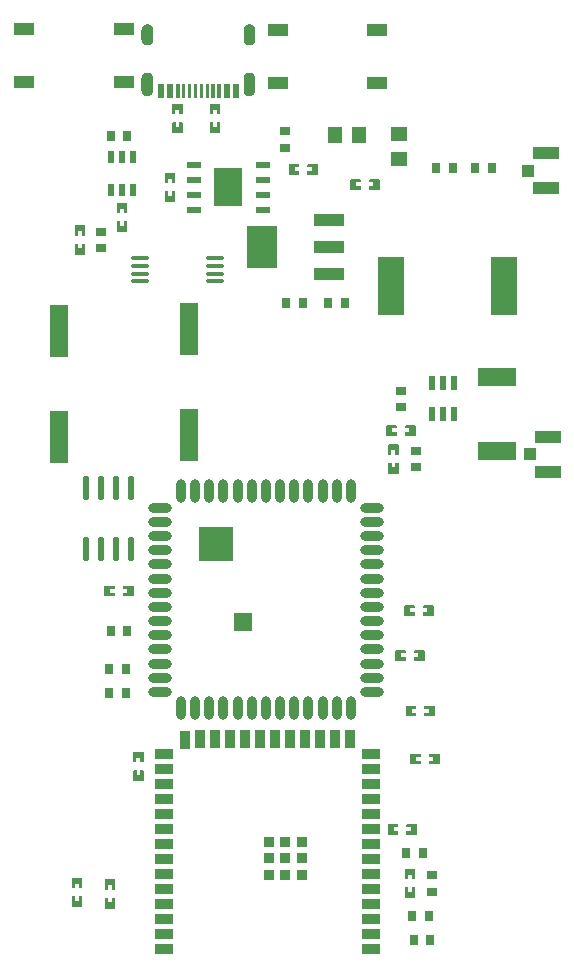
<source format=gtp>
G04 Layer: TopPasteMaskLayer*
G04 EasyEDA v6.5.54, 2026-02-06 19:08:49*
G04 4cf94d710e704693a343972755933389,ab8ce68afc924fbca291fda1b5b5a17a,10*
G04 Gerber Generator version 0.2*
G04 Scale: 100 percent, Rotated: No, Reflected: No *
G04 Dimensions in millimeters *
G04 leading zeros omitted , absolute positions ,4 integer and 5 decimal *
%FSLAX45Y45*%
%MOMM*%

%AMMACRO1*21,1,$1,$2,0,0,$3*%
%ADD10R,1.8000X1.0000*%
%ADD11R,1.6500X4.5000*%
%ADD12R,1.3995X1.3005*%
%ADD13R,1.3005X1.3995*%
%ADD14R,1.2000X0.6000*%
%ADD15R,2.4000X3.3000*%
%ADD16MACRO1,0.98X2.47X90.0000*%
%ADD17C,0.0141*%
%ADD18MACRO1,3.6X2.47X-90.0000*%
%ADD19R,0.9000X0.8000*%
%ADD20R,0.8000X0.9000*%
%ADD21R,3.2004X1.5240*%
%ADD22O,1.499997X0.399999*%
%ADD23R,0.5500X1.0000*%
%ADD24R,0.6000X1.2000*%
%ADD25R,2.2000X4.9000*%
%ADD26O,0.799998X1.999996*%
%ADD27O,1.999996X0.799998*%
%ADD28R,3.0000X3.0000*%
%ADD29R,1.5000X1.5000*%
%ADD30R,1.5000X0.9000*%
%ADD31R,0.9000X1.5000*%
%ADD32R,0.9000X0.9000*%
%ADD33O,0.58801X2.045005*%
%ADD34R,1.0500X1.0000*%
%ADD35R,2.2000X1.0500*%

%LPD*%
G36*
X2311196Y3108858D02*
G01*
X2311196Y2994863D01*
X2341168Y2994863D01*
X2341168Y3108858D01*
G37*
G36*
X2611170Y3108858D02*
G01*
X2611170Y2994863D01*
X2641142Y2994863D01*
X2641142Y3108858D01*
G37*
G36*
X2746146Y3108960D02*
G01*
X2746146Y2994964D01*
X2796133Y2994964D01*
X2796133Y3108960D01*
G37*
G36*
X2106168Y3108960D02*
G01*
X2106168Y2994964D01*
X2156155Y2994964D01*
X2156155Y3108960D01*
G37*
G36*
X2666136Y3108960D02*
G01*
X2666136Y2994964D01*
X2716174Y2994964D01*
X2716174Y3108960D01*
G37*
G36*
X2186127Y3108960D02*
G01*
X2186127Y2994964D01*
X2236165Y2994964D01*
X2236165Y3108960D01*
G37*
G36*
X2461158Y3108960D02*
G01*
X2461158Y2994964D01*
X2491130Y2994964D01*
X2491130Y3108960D01*
G37*
G36*
X2411171Y3108960D02*
G01*
X2411171Y2994964D01*
X2441143Y2994964D01*
X2441143Y3108960D01*
G37*
G36*
X2361133Y3108960D02*
G01*
X2361133Y2994964D01*
X2391156Y2994964D01*
X2391156Y3108960D01*
G37*
G36*
X2511145Y3108960D02*
G01*
X2511145Y2994964D01*
X2541168Y2994964D01*
X2541168Y3108960D01*
G37*
G36*
X2561132Y3108960D02*
G01*
X2561132Y2994964D01*
X2591155Y2994964D01*
X2591155Y3108960D01*
G37*
G36*
X2261158Y3108960D02*
G01*
X2261158Y2994964D01*
X2291130Y2994964D01*
X2291130Y3108960D01*
G37*
G36*
X2017877Y3206953D02*
G01*
X2012950Y3206546D01*
X2008022Y3205683D01*
X2003247Y3204362D01*
X1998573Y3202533D01*
X1994154Y3200247D01*
X1989937Y3197555D01*
X1986076Y3194456D01*
X1982520Y3190951D01*
X1979269Y3187141D01*
X1976475Y3183026D01*
X1974088Y3178657D01*
X1972157Y3174085D01*
X1970684Y3169310D01*
X1969719Y3164433D01*
X1969211Y3159455D01*
X1969160Y3056940D01*
X1969414Y3051962D01*
X1970125Y3047034D01*
X1971395Y3042208D01*
X1973072Y3037535D01*
X1975256Y3033064D01*
X1977847Y3028797D01*
X1980844Y3024835D01*
X1984248Y3021177D01*
X1987956Y3017875D01*
X1992020Y3014980D01*
X1996338Y3012490D01*
X2000859Y3010408D01*
X2005584Y3008833D01*
X2010460Y3007715D01*
X2015388Y3007106D01*
X2020417Y3006953D01*
X2025345Y3007360D01*
X2030272Y3008223D01*
X2035048Y3009544D01*
X2039721Y3011373D01*
X2044141Y3013659D01*
X2048357Y3016351D01*
X2052218Y3019450D01*
X2055774Y3022955D01*
X2059025Y3026765D01*
X2061819Y3030880D01*
X2064207Y3035249D01*
X2066137Y3039872D01*
X2067610Y3044647D01*
X2068575Y3049524D01*
X2069084Y3054451D01*
X2069134Y3156966D01*
X2068880Y3161944D01*
X2068169Y3166872D01*
X2066950Y3171698D01*
X2065223Y3176371D01*
X2063038Y3180892D01*
X2060448Y3185109D01*
X2057450Y3189071D01*
X2054047Y3192729D01*
X2050338Y3196031D01*
X2046274Y3198977D01*
X2041956Y3201466D01*
X2037435Y3203498D01*
X2032711Y3205073D01*
X2027834Y3206191D01*
X2022906Y3206800D01*
G37*
G36*
X2881884Y3206953D02*
G01*
X2876956Y3206597D01*
X2872028Y3205734D01*
X2867253Y3204362D01*
X2862580Y3202584D01*
X2858160Y3200298D01*
X2853944Y3197606D01*
X2850083Y3194456D01*
X2846527Y3191002D01*
X2843276Y3187192D01*
X2840482Y3183077D01*
X2838094Y3178657D01*
X2836164Y3174085D01*
X2834690Y3169310D01*
X2833725Y3164433D01*
X2833217Y3159455D01*
X2833166Y3056991D01*
X2833420Y3052013D01*
X2834132Y3047085D01*
X2835351Y3042259D01*
X2837078Y3037586D01*
X2839262Y3033064D01*
X2841853Y3028797D01*
X2844850Y3024835D01*
X2848254Y3021177D01*
X2851962Y3017875D01*
X2856026Y3014980D01*
X2860344Y3012490D01*
X2864866Y3010458D01*
X2869590Y3008833D01*
X2874467Y3007766D01*
X2879394Y3007106D01*
X2884424Y3007004D01*
X2889351Y3007360D01*
X2894279Y3008223D01*
X2899054Y3009595D01*
X2903728Y3011424D01*
X2908147Y3013659D01*
X2912364Y3016402D01*
X2916224Y3019501D01*
X2919831Y3022955D01*
X2923032Y3026816D01*
X2925826Y3030931D01*
X2928213Y3035300D01*
X2930144Y3039872D01*
X2931617Y3044647D01*
X2932582Y3049524D01*
X2933090Y3054502D01*
X2933141Y3156966D01*
X2932887Y3161944D01*
X2932176Y3166872D01*
X2930906Y3171698D01*
X2929229Y3176422D01*
X2927045Y3180892D01*
X2924454Y3185160D01*
X2921457Y3189122D01*
X2918053Y3192780D01*
X2914345Y3196082D01*
X2910281Y3198977D01*
X2905963Y3201466D01*
X2901442Y3203549D01*
X2896717Y3205124D01*
X2891840Y3206242D01*
X2886913Y3206851D01*
G37*
G36*
X2017877Y3616960D02*
G01*
X2012950Y3616604D01*
X2008022Y3615740D01*
X2003247Y3614369D01*
X1998573Y3612540D01*
X1994154Y3610254D01*
X1989937Y3607562D01*
X1986076Y3604463D01*
X1982520Y3600958D01*
X1979269Y3597148D01*
X1976475Y3593033D01*
X1974088Y3588664D01*
X1972157Y3584092D01*
X1970684Y3579317D01*
X1969719Y3574440D01*
X1969211Y3569462D01*
X1969160Y3486962D01*
X1969414Y3481984D01*
X1970125Y3477056D01*
X1971395Y3472230D01*
X1973072Y3467557D01*
X1975256Y3463036D01*
X1977847Y3458819D01*
X1980844Y3454857D01*
X1984248Y3451199D01*
X1987956Y3447897D01*
X1992020Y3444951D01*
X1996338Y3442462D01*
X2000859Y3440429D01*
X2005584Y3438855D01*
X2010460Y3437737D01*
X2015388Y3437128D01*
X2020417Y3436975D01*
X2025345Y3437382D01*
X2030272Y3438245D01*
X2035048Y3439566D01*
X2039721Y3441395D01*
X2044141Y3443681D01*
X2048357Y3446373D01*
X2052218Y3449472D01*
X2055774Y3452977D01*
X2059025Y3456787D01*
X2061819Y3460902D01*
X2064207Y3465271D01*
X2066137Y3469894D01*
X2067610Y3474618D01*
X2068575Y3479546D01*
X2069084Y3484473D01*
X2069134Y3566972D01*
X2068880Y3571951D01*
X2068169Y3576878D01*
X2066950Y3581704D01*
X2065223Y3586378D01*
X2063038Y3590899D01*
X2060448Y3595115D01*
X2057450Y3599129D01*
X2054047Y3602786D01*
X2050338Y3606088D01*
X2046274Y3608984D01*
X2041956Y3611473D01*
X2037435Y3613505D01*
X2032711Y3615080D01*
X2027834Y3616198D01*
X2022906Y3616807D01*
G37*
G36*
X2881884Y3616960D02*
G01*
X2876956Y3616604D01*
X2872028Y3615740D01*
X2867253Y3614369D01*
X2862580Y3612540D01*
X2858160Y3610254D01*
X2853944Y3607562D01*
X2850083Y3604463D01*
X2846527Y3600958D01*
X2843276Y3597148D01*
X2840482Y3593033D01*
X2838094Y3588664D01*
X2836164Y3584092D01*
X2834690Y3579317D01*
X2833725Y3574440D01*
X2833217Y3569462D01*
X2833166Y3486962D01*
X2833420Y3481984D01*
X2834132Y3477056D01*
X2835351Y3472230D01*
X2837078Y3467557D01*
X2839262Y3463036D01*
X2841853Y3458819D01*
X2844850Y3454857D01*
X2848254Y3451199D01*
X2851962Y3447897D01*
X2856026Y3444951D01*
X2860344Y3442462D01*
X2864866Y3440429D01*
X2869590Y3438855D01*
X2874467Y3437737D01*
X2879394Y3437128D01*
X2884424Y3436975D01*
X2889351Y3437382D01*
X2894279Y3438245D01*
X2899054Y3439566D01*
X2903728Y3441395D01*
X2908147Y3443681D01*
X2912364Y3446373D01*
X2916224Y3449472D01*
X2919831Y3452977D01*
X2923032Y3456787D01*
X2925826Y3460902D01*
X2928213Y3465271D01*
X2930144Y3469894D01*
X2931617Y3474618D01*
X2932582Y3479546D01*
X2933090Y3484473D01*
X2933141Y3566972D01*
X2932887Y3571951D01*
X2932176Y3576878D01*
X2930906Y3581704D01*
X2929229Y3586378D01*
X2927045Y3590899D01*
X2924454Y3595115D01*
X2921457Y3599129D01*
X2918053Y3602786D01*
X2914345Y3606088D01*
X2910281Y3608984D01*
X2905963Y3611473D01*
X2901442Y3613505D01*
X2896717Y3615080D01*
X2891840Y3616198D01*
X2886913Y3616807D01*
G37*
G36*
X2550820Y2784906D02*
G01*
X2545791Y2779877D01*
X2545791Y2699918D01*
X2550820Y2694889D01*
X2630779Y2694889D01*
X2635808Y2699918D01*
X2635808Y2779877D01*
X2630779Y2784906D01*
X2608021Y2784906D01*
X2608021Y2747873D01*
X2575001Y2747873D01*
X2575001Y2784906D01*
G37*
G36*
X2550820Y2943910D02*
G01*
X2545791Y2938881D01*
X2545791Y2858922D01*
X2550820Y2853893D01*
X2573578Y2853893D01*
X2573578Y2890926D01*
X2606598Y2890926D01*
X2606598Y2853893D01*
X2630779Y2853893D01*
X2635808Y2858922D01*
X2635808Y2938881D01*
X2630779Y2943910D01*
G37*
G36*
X2233320Y2784906D02*
G01*
X2228291Y2779877D01*
X2228291Y2699918D01*
X2233320Y2694889D01*
X2313279Y2694889D01*
X2318308Y2699918D01*
X2318308Y2779877D01*
X2313279Y2784906D01*
X2290521Y2784906D01*
X2290521Y2747873D01*
X2257501Y2747873D01*
X2257501Y2784906D01*
G37*
G36*
X2233320Y2943910D02*
G01*
X2228291Y2938881D01*
X2228291Y2858922D01*
X2233320Y2853893D01*
X2256078Y2853893D01*
X2256078Y2890926D01*
X2289098Y2890926D01*
X2289098Y2853893D01*
X2313279Y2853893D01*
X2318308Y2858922D01*
X2318308Y2938881D01*
X2313279Y2943910D01*
G37*
G36*
X3220618Y2432608D02*
G01*
X3215589Y2427579D01*
X3215589Y2347620D01*
X3220618Y2342591D01*
X3300577Y2342591D01*
X3305606Y2347620D01*
X3305606Y2370378D01*
X3268624Y2370378D01*
X3268624Y2403398D01*
X3305606Y2403398D01*
X3305606Y2427579D01*
X3300577Y2432608D01*
G37*
G36*
X3379622Y2432608D02*
G01*
X3374593Y2427579D01*
X3374593Y2404821D01*
X3411575Y2404821D01*
X3411575Y2371801D01*
X3374593Y2371801D01*
X3374593Y2347620D01*
X3379622Y2342591D01*
X3459581Y2342591D01*
X3464610Y2347620D01*
X3464610Y2427579D01*
X3459581Y2432608D01*
G37*
G36*
X3900322Y2305608D02*
G01*
X3895293Y2300579D01*
X3895293Y2277821D01*
X3932275Y2277821D01*
X3932275Y2244801D01*
X3895293Y2244801D01*
X3895293Y2220620D01*
X3900322Y2215591D01*
X3980281Y2215591D01*
X3985310Y2220620D01*
X3985310Y2300579D01*
X3980281Y2305608D01*
G37*
G36*
X3741318Y2305608D02*
G01*
X3736289Y2300579D01*
X3736289Y2220620D01*
X3741318Y2215591D01*
X3821277Y2215591D01*
X3826306Y2220620D01*
X3826306Y2243378D01*
X3789324Y2243378D01*
X3789324Y2276398D01*
X3826306Y2276398D01*
X3826306Y2300579D01*
X3821277Y2305608D01*
G37*
G36*
X2169820Y2200706D02*
G01*
X2164791Y2195677D01*
X2164791Y2115718D01*
X2169820Y2110689D01*
X2249779Y2110689D01*
X2254808Y2115718D01*
X2254808Y2195677D01*
X2249779Y2200706D01*
X2227021Y2200706D01*
X2227021Y2163673D01*
X2194001Y2163673D01*
X2194001Y2200706D01*
G37*
G36*
X2169820Y2359710D02*
G01*
X2164791Y2354681D01*
X2164791Y2274722D01*
X2169820Y2269693D01*
X2192578Y2269693D01*
X2192578Y2306726D01*
X2225598Y2306726D01*
X2225598Y2269693D01*
X2249779Y2269693D01*
X2254808Y2274722D01*
X2254808Y2354681D01*
X2249779Y2359710D01*
G37*
G36*
X1763420Y2105710D02*
G01*
X1758391Y2100681D01*
X1758391Y2020722D01*
X1763420Y2015693D01*
X1786178Y2015693D01*
X1786178Y2052726D01*
X1819198Y2052726D01*
X1819198Y2015693D01*
X1843379Y2015693D01*
X1848408Y2020722D01*
X1848408Y2100681D01*
X1843379Y2105710D01*
G37*
G36*
X1763420Y1946706D02*
G01*
X1758391Y1941677D01*
X1758391Y1861718D01*
X1763420Y1856689D01*
X1843379Y1856689D01*
X1848408Y1861718D01*
X1848408Y1941677D01*
X1843379Y1946706D01*
X1820621Y1946706D01*
X1820621Y1909673D01*
X1787601Y1909673D01*
X1787601Y1946706D01*
G37*
G36*
X1407820Y1756206D02*
G01*
X1402791Y1751177D01*
X1402791Y1671218D01*
X1407820Y1666189D01*
X1487779Y1666189D01*
X1492808Y1671218D01*
X1492808Y1751177D01*
X1487779Y1756206D01*
X1465021Y1756206D01*
X1465021Y1719173D01*
X1432001Y1719173D01*
X1432001Y1756206D01*
G37*
G36*
X1407820Y1915210D02*
G01*
X1402791Y1910181D01*
X1402791Y1830222D01*
X1407820Y1825193D01*
X1430578Y1825193D01*
X1430578Y1862226D01*
X1463598Y1862226D01*
X1463598Y1825193D01*
X1487779Y1825193D01*
X1492808Y1830222D01*
X1492808Y1910181D01*
X1487779Y1915210D01*
G37*
G36*
X4062120Y61010D02*
G01*
X4057091Y55981D01*
X4057091Y-23977D01*
X4062120Y-29006D01*
X4084878Y-29006D01*
X4084878Y8026D01*
X4117898Y8026D01*
X4117898Y-29006D01*
X4142079Y-29006D01*
X4147108Y-23977D01*
X4147108Y55981D01*
X4142079Y61010D01*
G37*
G36*
X4062120Y-97993D02*
G01*
X4057091Y-103022D01*
X4057091Y-182981D01*
X4062120Y-188010D01*
X4142079Y-188010D01*
X4147108Y-182981D01*
X4147108Y-103022D01*
X4142079Y-97993D01*
X4119321Y-97993D01*
X4119321Y-135026D01*
X4086301Y-135026D01*
X4086301Y-97993D01*
G37*
G36*
X4201820Y-3533089D02*
G01*
X4196791Y-3538118D01*
X4196791Y-3618077D01*
X4201820Y-3623106D01*
X4224578Y-3623106D01*
X4224578Y-3586073D01*
X4257598Y-3586073D01*
X4257598Y-3623106D01*
X4281779Y-3623106D01*
X4286808Y-3618077D01*
X4286808Y-3538118D01*
X4281779Y-3533089D01*
G37*
G36*
X4201820Y-3692093D02*
G01*
X4196791Y-3697122D01*
X4196791Y-3777081D01*
X4201820Y-3782110D01*
X4281779Y-3782110D01*
X4286808Y-3777081D01*
X4286808Y-3697122D01*
X4281779Y-3692093D01*
X4259021Y-3692093D01*
X4259021Y-3729126D01*
X4226001Y-3729126D01*
X4226001Y-3692093D01*
G37*
G36*
X1903120Y-2542489D02*
G01*
X1898091Y-2547518D01*
X1898091Y-2627477D01*
X1903120Y-2632506D01*
X1925878Y-2632506D01*
X1925878Y-2595473D01*
X1958898Y-2595473D01*
X1958898Y-2632506D01*
X1983079Y-2632506D01*
X1988108Y-2627477D01*
X1988108Y-2547518D01*
X1983079Y-2542489D01*
G37*
G36*
X1903120Y-2701493D02*
G01*
X1898091Y-2706522D01*
X1898091Y-2786481D01*
X1903120Y-2791510D01*
X1983079Y-2791510D01*
X1988108Y-2786481D01*
X1988108Y-2706522D01*
X1983079Y-2701493D01*
X1960321Y-2701493D01*
X1960321Y-2738526D01*
X1927301Y-2738526D01*
X1927301Y-2701493D01*
G37*
G36*
X4370222Y-2152091D02*
G01*
X4365193Y-2157120D01*
X4365193Y-2179878D01*
X4402175Y-2179878D01*
X4402175Y-2212898D01*
X4365193Y-2212898D01*
X4365193Y-2237079D01*
X4370222Y-2242108D01*
X4450181Y-2242108D01*
X4455210Y-2237079D01*
X4455210Y-2157120D01*
X4450181Y-2152091D01*
G37*
G36*
X4211218Y-2152091D02*
G01*
X4206189Y-2157120D01*
X4206189Y-2237079D01*
X4211218Y-2242108D01*
X4291177Y-2242108D01*
X4296206Y-2237079D01*
X4296206Y-2214321D01*
X4259224Y-2214321D01*
X4259224Y-2181301D01*
X4296206Y-2181301D01*
X4296206Y-2157120D01*
X4291177Y-2152091D01*
G37*
G36*
X4281322Y-1682191D02*
G01*
X4276293Y-1687220D01*
X4276293Y-1709978D01*
X4313275Y-1709978D01*
X4313275Y-1742998D01*
X4276293Y-1742998D01*
X4276293Y-1767179D01*
X4281322Y-1772208D01*
X4361281Y-1772208D01*
X4366310Y-1767179D01*
X4366310Y-1687220D01*
X4361281Y-1682191D01*
G37*
G36*
X4122318Y-1682191D02*
G01*
X4117289Y-1687220D01*
X4117289Y-1767179D01*
X4122318Y-1772208D01*
X4202277Y-1772208D01*
X4207306Y-1767179D01*
X4207306Y-1744421D01*
X4170324Y-1744421D01*
X4170324Y-1711401D01*
X4207306Y-1711401D01*
X4207306Y-1687220D01*
X4202277Y-1682191D01*
G37*
G36*
X4058818Y-3155391D02*
G01*
X4053789Y-3160420D01*
X4053789Y-3240379D01*
X4058818Y-3245408D01*
X4138777Y-3245408D01*
X4143806Y-3240379D01*
X4143806Y-3217621D01*
X4106824Y-3217621D01*
X4106824Y-3184601D01*
X4143806Y-3184601D01*
X4143806Y-3160420D01*
X4138777Y-3155391D01*
G37*
G36*
X4217822Y-3155391D02*
G01*
X4212793Y-3160420D01*
X4212793Y-3183178D01*
X4249775Y-3183178D01*
X4249775Y-3216198D01*
X4212793Y-3216198D01*
X4212793Y-3240379D01*
X4217822Y-3245408D01*
X4297781Y-3245408D01*
X4302810Y-3240379D01*
X4302810Y-3160420D01*
X4297781Y-3155391D01*
G37*
G36*
X1658518Y-1136091D02*
G01*
X1653489Y-1141120D01*
X1653489Y-1221079D01*
X1658518Y-1226108D01*
X1738477Y-1226108D01*
X1743506Y-1221079D01*
X1743506Y-1198321D01*
X1706473Y-1198321D01*
X1706473Y-1165301D01*
X1743506Y-1165301D01*
X1743506Y-1141120D01*
X1738477Y-1136091D01*
G37*
G36*
X1817522Y-1136091D02*
G01*
X1812493Y-1141120D01*
X1812493Y-1163878D01*
X1849526Y-1163878D01*
X1849526Y-1196898D01*
X1812493Y-1196898D01*
X1812493Y-1221079D01*
X1817522Y-1226108D01*
X1897481Y-1226108D01*
X1902510Y-1221079D01*
X1902510Y-1141120D01*
X1897481Y-1136091D01*
G37*
G36*
X4408322Y-2558491D02*
G01*
X4403293Y-2563520D01*
X4403293Y-2586278D01*
X4440275Y-2586278D01*
X4440275Y-2619298D01*
X4403293Y-2619298D01*
X4403293Y-2643479D01*
X4408322Y-2648508D01*
X4488281Y-2648508D01*
X4493310Y-2643479D01*
X4493310Y-2563520D01*
X4488281Y-2558491D01*
G37*
G36*
X4249318Y-2558491D02*
G01*
X4244289Y-2563520D01*
X4244289Y-2643479D01*
X4249318Y-2648508D01*
X4329277Y-2648508D01*
X4334306Y-2643479D01*
X4334306Y-2620721D01*
X4297324Y-2620721D01*
X4297324Y-2587701D01*
X4334306Y-2587701D01*
X4334306Y-2563520D01*
X4329277Y-2558491D01*
G37*
G36*
X4357522Y-1301191D02*
G01*
X4352493Y-1306220D01*
X4352493Y-1328978D01*
X4389475Y-1328978D01*
X4389475Y-1361998D01*
X4352493Y-1361998D01*
X4352493Y-1386179D01*
X4357522Y-1391208D01*
X4437481Y-1391208D01*
X4442510Y-1386179D01*
X4442510Y-1306220D01*
X4437481Y-1301191D01*
G37*
G36*
X4198518Y-1301191D02*
G01*
X4193489Y-1306220D01*
X4193489Y-1386179D01*
X4198518Y-1391208D01*
X4278477Y-1391208D01*
X4283506Y-1386179D01*
X4283506Y-1363421D01*
X4246524Y-1363421D01*
X4246524Y-1330401D01*
X4283506Y-1330401D01*
X4283506Y-1306220D01*
X4278477Y-1301191D01*
G37*
G36*
X1382420Y-3609289D02*
G01*
X1377391Y-3614318D01*
X1377391Y-3694277D01*
X1382420Y-3699306D01*
X1405178Y-3699306D01*
X1405178Y-3662273D01*
X1438198Y-3662273D01*
X1438198Y-3699306D01*
X1462379Y-3699306D01*
X1467408Y-3694277D01*
X1467408Y-3614318D01*
X1462379Y-3609289D01*
G37*
G36*
X1382420Y-3768293D02*
G01*
X1377391Y-3773322D01*
X1377391Y-3853281D01*
X1382420Y-3858310D01*
X1462379Y-3858310D01*
X1467408Y-3853281D01*
X1467408Y-3773322D01*
X1462379Y-3768293D01*
X1439621Y-3768293D01*
X1439621Y-3805326D01*
X1406601Y-3805326D01*
X1406601Y-3768293D01*
G37*
G36*
X1661820Y-3621989D02*
G01*
X1656791Y-3627018D01*
X1656791Y-3706977D01*
X1661820Y-3712006D01*
X1684578Y-3712006D01*
X1684578Y-3674973D01*
X1717598Y-3674973D01*
X1717598Y-3712006D01*
X1741779Y-3712006D01*
X1746808Y-3706977D01*
X1746808Y-3627018D01*
X1741779Y-3621989D01*
G37*
G36*
X1661820Y-3780993D02*
G01*
X1656791Y-3786022D01*
X1656791Y-3865981D01*
X1661820Y-3871010D01*
X1741779Y-3871010D01*
X1746808Y-3865981D01*
X1746808Y-3786022D01*
X1741779Y-3780993D01*
X1719021Y-3780993D01*
X1719021Y-3818026D01*
X1686001Y-3818026D01*
X1686001Y-3780993D01*
G37*
G36*
X4205122Y222808D02*
G01*
X4200093Y217779D01*
X4200093Y195021D01*
X4237075Y195021D01*
X4237075Y162001D01*
X4200093Y162001D01*
X4200093Y137820D01*
X4205122Y132791D01*
X4285081Y132791D01*
X4290110Y137820D01*
X4290110Y217779D01*
X4285081Y222808D01*
G37*
G36*
X4046118Y222808D02*
G01*
X4041089Y217779D01*
X4041089Y137820D01*
X4046118Y132791D01*
X4126077Y132791D01*
X4131106Y137820D01*
X4131106Y160578D01*
X4094124Y160578D01*
X4094124Y193598D01*
X4131106Y193598D01*
X4131106Y217779D01*
X4126077Y222808D01*
G37*
D10*
G01*
X1817090Y3127857D03*
G01*
X1817090Y3577869D03*
G01*
X977112Y3127857D03*
G01*
X977112Y3577869D03*
G01*
X3963390Y3115157D03*
G01*
X3963390Y3565169D03*
G01*
X3123412Y3115157D03*
G01*
X3123412Y3565169D03*
D11*
G01*
X1270000Y1021486D03*
G01*
X1270000Y121513D03*
G01*
X2374900Y1034186D03*
G01*
X2374900Y134213D03*
D12*
G01*
X4152900Y2683129D03*
G01*
X4152900Y2473070D03*
D13*
G01*
X3603370Y2679700D03*
G01*
X3813429Y2679700D03*
D14*
G01*
X2414270Y2425700D03*
G01*
X2414270Y2298700D03*
G01*
X2414270Y2171700D03*
G01*
X2414270Y2044700D03*
G01*
X2995929Y2044700D03*
G01*
X2995929Y2171700D03*
G01*
X2995929Y2298700D03*
G01*
X2995929Y2425700D03*
D15*
G01*
X2705100Y2235200D03*
D16*
G01*
X3560099Y1497199D03*
G01*
X3560099Y1727200D03*
G01*
X3560099Y1957200D03*
D18*
G01*
X2993100Y1727200D03*
D19*
G01*
X1625600Y1720697D03*
G01*
X1625600Y1860702D03*
D20*
G01*
X1707997Y2667000D03*
G01*
X1848002Y2667000D03*
D19*
G01*
X3187700Y2571597D03*
G01*
X3187700Y2711602D03*
G01*
X4292600Y6502D03*
G01*
X4292600Y-133502D03*
G01*
X4165600Y374497D03*
G01*
X4165600Y514502D03*
D21*
G01*
X4978400Y6350D03*
G01*
X4978400Y628650D03*
D22*
G01*
X2593340Y1439163D03*
G01*
X2593340Y1504187D03*
G01*
X2593340Y1569212D03*
G01*
X2593340Y1634236D03*
G01*
X1953259Y1439163D03*
G01*
X1953259Y1504187D03*
G01*
X1953259Y1569212D03*
G01*
X1953259Y1634236D03*
D23*
G01*
X1898395Y2209495D03*
G01*
X1803400Y2209495D03*
G01*
X1708404Y2209495D03*
G01*
X1708404Y2489504D03*
G01*
X1803400Y2489504D03*
G01*
X1898395Y2489504D03*
D24*
G01*
X4426204Y574497D03*
G01*
X4521200Y574497D03*
G01*
X4616195Y574497D03*
G01*
X4616195Y314502D03*
G01*
X4521200Y314502D03*
G01*
X4426204Y314502D03*
D25*
G01*
X4079290Y1397000D03*
G01*
X5039309Y1397000D03*
D20*
G01*
X3549497Y1257300D03*
G01*
X3689502Y1257300D03*
G01*
X3333902Y1257300D03*
G01*
X3193897Y1257300D03*
G01*
X4400702Y-3937000D03*
G01*
X4260697Y-3937000D03*
G01*
X4413402Y-4140200D03*
G01*
X4273397Y-4140200D03*
D19*
G01*
X4432300Y-3727602D03*
G01*
X4432300Y-3587597D03*
D20*
G01*
X4209897Y-3403600D03*
G01*
X4349902Y-3403600D03*
G01*
X1848002Y-1524000D03*
G01*
X1707997Y-1524000D03*
G01*
X4794097Y2400300D03*
G01*
X4934102Y2400300D03*
G01*
X4603902Y2400300D03*
G01*
X4463897Y2400300D03*
G01*
X1835302Y-1841500D03*
G01*
X1695297Y-1841500D03*
G01*
X1835302Y-2044700D03*
G01*
X1695297Y-2044700D03*
D26*
G01*
X3742588Y-337312D03*
G01*
X3622598Y-337312D03*
G01*
X3502609Y-337312D03*
G01*
X3382594Y-337312D03*
G01*
X3262604Y-337312D03*
G01*
X3142589Y-337312D03*
G01*
X3022600Y-337312D03*
G01*
X2902584Y-337312D03*
G01*
X2782595Y-337312D03*
G01*
X2662605Y-337312D03*
G01*
X2542590Y-337312D03*
G01*
X2422601Y-337312D03*
G01*
X2302586Y-337312D03*
D27*
G01*
X3922598Y-477316D03*
G01*
X3922598Y-597306D03*
G01*
X3922598Y-717321D03*
G01*
X3922598Y-837311D03*
G01*
X3922598Y-957326D03*
G01*
X3922598Y-1077315D03*
G01*
X3922598Y-1197305D03*
G01*
X3922598Y-1317320D03*
G01*
X3922598Y-1437309D03*
G01*
X3922598Y-1557324D03*
G01*
X3922598Y-1677314D03*
G01*
X3922598Y-1797329D03*
G01*
X3922598Y-1917319D03*
G01*
X3922598Y-2037308D03*
D26*
G01*
X3742588Y-2177313D03*
G01*
X3622598Y-2177313D03*
G01*
X3502609Y-2177313D03*
G01*
X3382594Y-2177313D03*
G01*
X3262604Y-2177313D03*
G01*
X3142589Y-2177313D03*
G01*
X3022600Y-2177313D03*
G01*
X2902584Y-2177313D03*
G01*
X2782595Y-2177313D03*
G01*
X2662605Y-2177313D03*
G01*
X2542590Y-2177313D03*
G01*
X2422601Y-2177313D03*
G01*
X2302586Y-2177313D03*
D27*
G01*
X2122601Y-477316D03*
G01*
X2122601Y-597306D03*
G01*
X2122601Y-717321D03*
G01*
X2122601Y-837311D03*
G01*
X2122601Y-957326D03*
G01*
X2122601Y-1077315D03*
G01*
X2122601Y-1197305D03*
G01*
X2122601Y-1317320D03*
G01*
X2122601Y-1437309D03*
G01*
X2122601Y-1557324D03*
G01*
X2122601Y-1677314D03*
G01*
X2122601Y-1797329D03*
G01*
X2122601Y-1917319D03*
G01*
X2122601Y-2037308D03*
D28*
G01*
X2602585Y-787323D03*
D29*
G01*
X2832608Y-1447317D03*
D30*
G01*
X3910304Y-4216907D03*
G01*
X3910304Y-4089907D03*
G01*
X3910304Y-3962907D03*
G01*
X3910304Y-3835907D03*
G01*
X3910304Y-3708907D03*
G01*
X3910304Y-3581907D03*
G01*
X3910304Y-3454907D03*
G01*
X3910304Y-3327907D03*
G01*
X3910304Y-3200907D03*
G01*
X3910304Y-3073907D03*
G01*
X3910304Y-2946907D03*
G01*
X3910304Y-2819907D03*
G01*
X3910304Y-2692907D03*
G01*
X3910304Y-2565907D03*
D31*
G01*
X3733800Y-2437892D03*
G01*
X3606800Y-2437892D03*
G01*
X3479800Y-2437892D03*
G01*
X3352800Y-2437892D03*
G01*
X3225800Y-2437892D03*
G01*
X3098800Y-2437892D03*
G01*
X2971800Y-2437892D03*
G01*
X2844800Y-2437892D03*
G01*
X2717800Y-2437892D03*
G01*
X2590800Y-2437892D03*
G01*
X2463800Y-2437892D03*
G01*
X2336800Y-2440889D03*
D30*
G01*
X2160295Y-2565907D03*
G01*
X2160295Y-2692907D03*
G01*
X2160295Y-2819907D03*
G01*
X2160295Y-2946907D03*
G01*
X2160295Y-3073907D03*
G01*
X2160295Y-3200907D03*
G01*
X2160295Y-3327907D03*
G01*
X2160295Y-3454907D03*
G01*
X2160295Y-3581907D03*
G01*
X2160295Y-3708907D03*
G01*
X2160295Y-3835907D03*
G01*
X2160295Y-3962907D03*
G01*
X2160295Y-4089907D03*
G01*
X2160295Y-4216907D03*
D32*
G01*
X3045307Y-3304895D03*
G01*
X3185312Y-3304870D03*
G01*
X3325317Y-3304895D03*
G01*
X3325317Y-3584879D03*
G01*
X3185312Y-3584879D03*
G01*
X3045307Y-3584879D03*
G01*
X3045307Y-3444875D03*
G01*
X3325317Y-3444875D03*
G01*
X3185312Y-3444875D03*
D33*
G01*
X1879600Y-314502D03*
G01*
X1752600Y-314502D03*
G01*
X1625600Y-314502D03*
G01*
X1498600Y-314502D03*
G01*
X1879600Y-828497D03*
G01*
X1752600Y-828497D03*
G01*
X1625600Y-828497D03*
G01*
X1498600Y-828497D03*
D34*
G01*
X5257749Y-25400D03*
D35*
G01*
X5410250Y-172897D03*
G01*
X5410250Y122097D03*
D34*
G01*
X5245049Y2374900D03*
D35*
G01*
X5397550Y2227402D03*
G01*
X5397550Y2522397D03*
M02*

</source>
